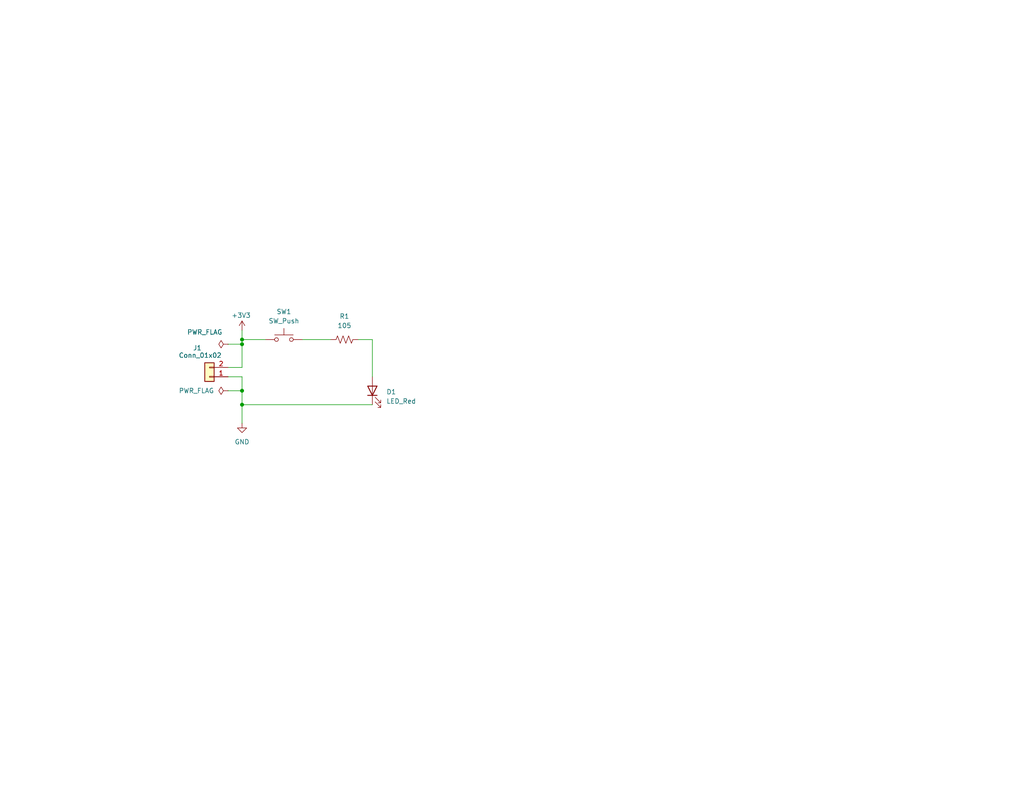
<source format=kicad_sch>
(kicad_sch (version 20231120) (generator "eeschema") (generator_version "8.0")
  (paper "USLetter")
  (title_block (title "LED Prog") (date "2022-08-16") (rev "1.0") (company "Illini Solar Car") (comment 1 "Designed By: Colin Awe"))
  (lib_symbols
    (symbol "Connector_Generic:Conn_01x02" (pin_names (offset 1.016) hide)
      (property "Reference" "J" (at 0 2.54 0))
      (property "Value" "Conn_01x02" (at 0 -5.08 0))
      (symbol "Conn_01x02_1_1"
        (rectangle (start -1.27 -2.413) (end 0 -2.667) (stroke (width 0.1524)))
        (rectangle (start -1.27 0.127) (end 0 -0.127) (stroke (width 0.1524)))
        (rectangle (start -1.27 1.27) (end 1.27 -3.81) (stroke (width 0.254)) (fill (type background)))
        (pin passive line (at -5.08 0 0) (length 3.81) (name "Pin_1") (number "1"))
        (pin passive line (at -5.08 -2.54 0) (length 3.81) (name "Pin_2") (number "2"))
      )
    )
    (symbol "Switch:SW_Push" (pin_numbers hide) (pin_names (offset 1.016) hide)
      (property "Reference" "SW" (at 1.27 2.54 0))
      (property "Value" "SW_Push" (at 0 -1.524 0))
      (symbol "SW_Push_0_1"
        (circle (center -2.032 0) (radius 0.508))
        (polyline (pts (xy 0 1.27) (xy 0 3.048)))
        (polyline (pts (xy 2.54 1.27) (xy -2.54 1.27)))
        (circle (center 2.032 0) (radius 0.508))
        (pin passive line (at -5.08 0 0) (length 2.54) (name "1") (number "1"))
        (pin passive line (at 5.08 0 180) (length 2.54) (name "2") (number "2"))
      )
    )
    (symbol "device:LED" (pin_numbers hide) (pin_names (offset 1.016) hide)
      (property "Reference" "D" (at 0 2.54 0))
      (property "Value" "LED" (at 0 -2.54 0))
      (symbol "LED_0_1"
        (polyline (pts (xy -1.27 -1.27) (xy -1.27 1.27)) (stroke (width 0.254)))
        (polyline (pts (xy -1.27 0) (xy 1.27 0)))
        (polyline (pts (xy 1.27 -1.27) (xy 1.27 1.27) (xy -1.27 0) (xy 1.27 -1.27)) (stroke (width 0.254)))
        (polyline (pts (xy -3.048 -0.762) (xy -4.572 -2.286) (xy -3.81 -2.286) (xy -4.572 -2.286) (xy -4.572 -1.524)))
        (polyline (pts (xy -1.778 -0.762) (xy -3.302 -2.286) (xy -2.54 -2.286) (xy -3.302 -2.286) (xy -3.302 -1.524)))
      )
      (symbol "LED_1_1"
        (pin passive line (at -3.81 0 0) (length 2.54) (name "K") (number "1"))
        (pin passive line (at 3.81 0 180) (length 2.54) (name "A") (number "2"))
      )
    )
    (symbol "device:R_US" (pin_numbers hide) (pin_names (offset 0))
      (property "Reference" "R" (at 2.54 0 90))
      (property "Value" "R_US" (at -2.54 0 90))
      (symbol "R_US_0_1"
        (polyline (pts (xy 0 -2.286) (xy 0 -2.54)))
        (polyline (pts (xy 0 2.286) (xy 0 2.54)))
        (polyline (pts (xy 0 -0.762) (xy 1.016 -1.143) (xy 0 -1.524) (xy -1.016 -1.905) (xy 0 -2.286)))
        (polyline (pts (xy 0 0.762) (xy 1.016 0.381) (xy 0 0) (xy -1.016 -0.381) (xy 0 -0.762)))
        (polyline (pts (xy 0 2.286) (xy 1.016 1.905) (xy 0 1.524) (xy -1.016 1.143) (xy 0 0.762)))
      )
      (symbol "R_US_1_1"
        (pin passive line (at 0 3.81 270) (length 1.27) (name "~") (number "1"))
        (pin passive line (at 0 -3.81 90) (length 1.27) (name "~") (number "2"))
      )
    )
    (symbol "power:+3V3" (power) (pin_names (offset 0))
      (property "Value" "+3V3" (at 0 3.556 0))
      (symbol "+3V3_0_1"
        (polyline (pts (xy -0.762 1.27) (xy 0 2.54)))
        (polyline (pts (xy 0 0) (xy 0 2.54)))
        (polyline (pts (xy 0 2.54) (xy 0.762 1.27)))
      )
      (symbol "+3V3_1_1"
        (pin power_in line (at 0 0 90) (length 0) hide (name "+3V3") (number "1"))
      )
    )
    (symbol "power:GND" (power) (pin_names (offset 0))
      (property "Value" "GND" (at 0 -3.81 0))
      (symbol "GND_0_1"
        (polyline (pts (xy 0 0) (xy 0 -1.27) (xy 1.27 -1.27) (xy 0 -2.54) (xy -1.27 -1.27) (xy 0 -1.27)))
      )
      (symbol "GND_1_1"
        (pin power_in line (at 0 0 270) (length 0) hide (name "GND") (number "1"))
      )
    )
    (symbol "power:PWR_FLAG" (power) (pin_numbers hide) (pin_names (offset 0) hide)
      (property "Value" "PWR_FLAG" (at 0 3.81 0))
      (symbol "PWR_FLAG_0_0"
        (pin power_out line (at 0 0 90) (length 0) (name "pwr") (number "1"))
      )
      (symbol "PWR_FLAG_0_1"
        (polyline (pts (xy 0 0) (xy 0 1.27) (xy -1.016 1.905) (xy 0 2.54) (xy 1.016 1.905) (xy 0 1.27)))
      )
    )
  )
  (junction (at 66.04 93.98))
  (junction (at 66.04 110.49))
  (junction (at 66.04 106.68))
  (junction (at 66.04 92.71))
  (wire (pts (xy 66.04 106.68) (xy 66.04 102.87)))
  (wire (pts (xy 66.04 110.49) (xy 66.04 106.68)))
  (wire (pts (xy 66.04 93.98) (xy 66.04 100.33)))
  (wire (pts (xy 66.04 92.71) (xy 66.04 93.98)))
  (wire (pts (xy 97.79 92.71) (xy 101.6 92.71)))
  (wire (pts (xy 66.04 90.17) (xy 66.04 92.71)))
  (wire (pts (xy 101.6 92.71) (xy 101.6 102.87)))
  (wire (pts (xy 72.39 92.71) (xy 66.04 92.71)))
  (wire (pts (xy 66.04 100.33) (xy 62.23 100.33)))
  (wire (pts (xy 66.04 93.98) (xy 62.23 93.98)))
  (wire (pts (xy 66.04 110.49) (xy 66.04 115.57)))
  (wire (pts (xy 66.04 102.87) (xy 62.23 102.87)))
  (wire (pts (xy 82.55 92.71) (xy 90.17 92.71)))
  (wire (pts (xy 62.23 106.68) (xy 66.04 106.68)))
  (wire (pts (xy 101.6 110.49) (xy 66.04 110.49)))
  (symbol (lib_id "Connector_Generic:Conn_01x02") (at 57.15 102.87 180) (unit 1)
    (property "Reference" "J1" (at 53.848 94.996 0))
    (property "Value" "Conn_01x02" (at 54.61 97.028 0))
    (property "Footprint" "Connector_Molex:Molex_KK-254_AE-6410-02A_1x02_P2.54mm_Vertical" (effects (hide yes)))
    (property "Datasheet" "link" (effects (hide yes)))
    (property "Description" "Generic connector, single row, 01x02, script generated (kicad-library-utils/schlib/autogen/connector/)" (effects (hide yes)))
    (property "MPN" "022227201" (effects (hide yes)))
  )
  (symbol (lib_id "device:R_US") (at 93.98 92.71 90) (unit 1)
    (property "Reference" "R1" (at 93.98 86.36 90))
    (property "Value" "105" (at 93.98 88.9 90))
    (property "Footprint" "Resistor_SMD:R_0603_1608Metric_Pad0.98x0.95mm_HandSolder" (effects (hide yes)))
    (property "Description" "Resistor, US symbol" (effects (hide yes)))
  )
  (symbol (lib_id "Switch:SW_Push") (at 77.47 92.71 0) (unit 1)
    (property "Reference" "SW1" (at 77.47 85.09 0))
    (property "Value" "SW_Push" (at 77.47 87.63 0))
    (property "Footprint" "Button_Switch_SMD:SW_DIP_SPSTx01_Slide_6.7x4.1mm_W8.61mm_P2.54mm_LowProfile" (effects (hide yes)))
    (property "Datasheet" "link" (effects (hide yes)))
    (property "Description" "Push button switch, generic, two pins" (effects (hide yes)))
    (property "MPN" "1825910-2" (effects (hide yes)))
  )
  (symbol (lib_id "device:LED") (at 101.6 106.68 90) (unit 1)
    (property "Reference" "D1" (at 105.41 106.9974 90) (effects (justify right)))
    (property "Value" "LED_Red" (at 105.41 109.5374 90) (effects (justify right)))
    (property "Footprint" "layout:LED_0603_Symbol_on_F.SilkS" (effects (hide yes)))
    (property "Description" "Light emitting diode" (effects (hide yes)))
  )
  (symbol (lib_id "power:PWR_FLAG") (at 62.23 93.98 90) (unit 1)
    (property "Reference" "#FLG02" (effects (hide yes)))
    (property "Value" "PWR_FLAG" (at 60.706 90.678 90) (effects (justify left)))
    (property "Description" "Special symbol for telling ERC where power comes from" (effects (hide yes)))
  )
  (symbol (lib_id "power:PWR_FLAG") (at 62.23 106.68 90) (unit 1)
    (property "Reference" "#FLG01" (effects (hide yes)))
    (property "Value" "PWR_FLAG" (at 58.42 106.6799 90) (effects (justify left)))
    (property "Description" "Special symbol for telling ERC where power comes from" (effects (hide yes)))
  )
  (symbol (lib_id "power:GND") (at 66.04 115.57 0) (unit 1)
    (property "Reference" "#PWR02" (effects (hide yes)))
    (property "Value" "GND" (at 66.04 120.65 0))
    (property "Description" "Power symbol creates a global label with name \"GND\" , ground" (effects (hide yes)))
  )
  (symbol (lib_id "power:+3V3") (at 66.04 90.17 0) (unit 1)
    (property "Reference" "#PWR01" (effects (hide yes)))
    (property "Value" "+3V3" (at 65.786 86.106 0))
    (property "Description" "Power symbol creates a global label with name \"+3V3\"" (effects (hide yes)))
  )
)
</source>
